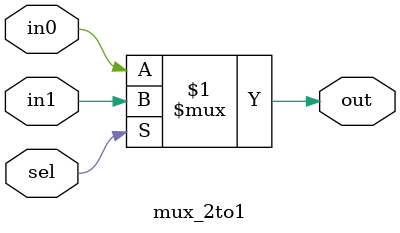
<source format=v>
module barrel_shifter_4bit (
    input [3:0] in,   
    input [1:0] shift, 
    output [3:0] out  
);

    wire [3:0] stage1, stage2;

    // Stage 1: 1-bit shift
    // If shift[0] = 0, no shift; if shift[0] = 1, perform a 1-bit shift
    mux_2to1 mux1_0 (.in0(in[0]), .in1(in[1]), .sel(shift[0]), .out(stage1[0])); // Right shift by 1-bit
    mux_2to1 mux1_1 (.in0(in[1]), .in1(in[2]), .sel(shift[0]), .out(stage1[1]));
    mux_2to1 mux1_2 (.in0(in[2]), .in1(in[3]), .sel(shift[0]), .out(stage1[2]));
    mux_2to1 mux1_3 (.in0(in[3]), .in1(1'b0), .sel(shift[0]), .out(stage1[3]));  // Left shift by 1-bit (fill with 0)

    // Stage 2: 2-bit shift
    // If shift[1] = 0, no shift; if shift[1] = 1, perform a 2-bit shift
    mux_2to1 mux2_0 (.in0(stage1[0]), .in1(stage1[2]), .sel(shift[1]), .out(stage2[0])); // Right shift by 2-bits
    mux_2to1 mux2_1 (.in0(stage1[1]), .in1(stage1[3]), .sel(shift[1]), .out(stage2[1]));
    mux_2to1 mux2_2 (.in0(stage1[2]), .in1(1'b0), .sel(shift[1]), .out(stage2[2]));     // Left shift by 2-bits
    mux_2to1 mux2_3 (.in0(stage1[3]), .in1(1'b0), .sel(shift[1]), .out(stage2[3]));

    assign out = stage2;

endmodule


module mux_2to1 (
    input in0,   
    input in1,   
    input sel,   
    output out   
);

    assign out = sel ? in1 : in0;

endmodule

</source>
